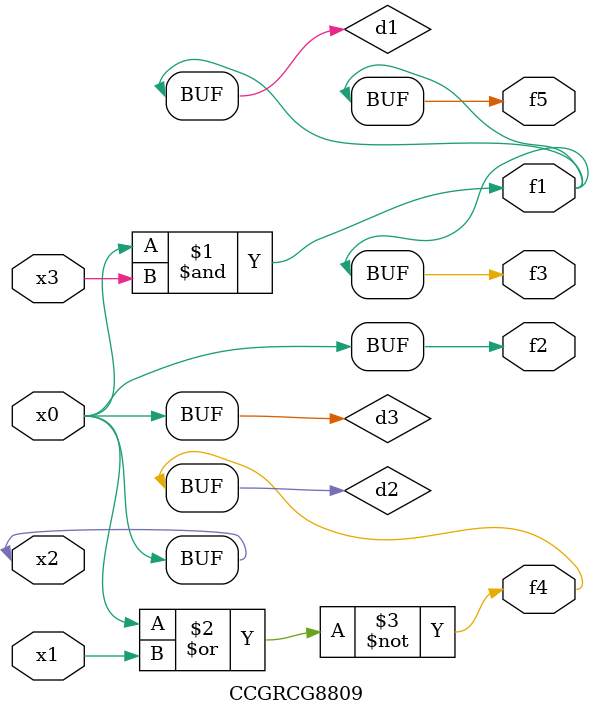
<source format=v>
module CCGRCG8809(
	input x0, x1, x2, x3,
	output f1, f2, f3, f4, f5
);

	wire d1, d2, d3;

	and (d1, x2, x3);
	nor (d2, x0, x1);
	buf (d3, x0, x2);
	assign f1 = d1;
	assign f2 = d3;
	assign f3 = d1;
	assign f4 = d2;
	assign f5 = d1;
endmodule

</source>
